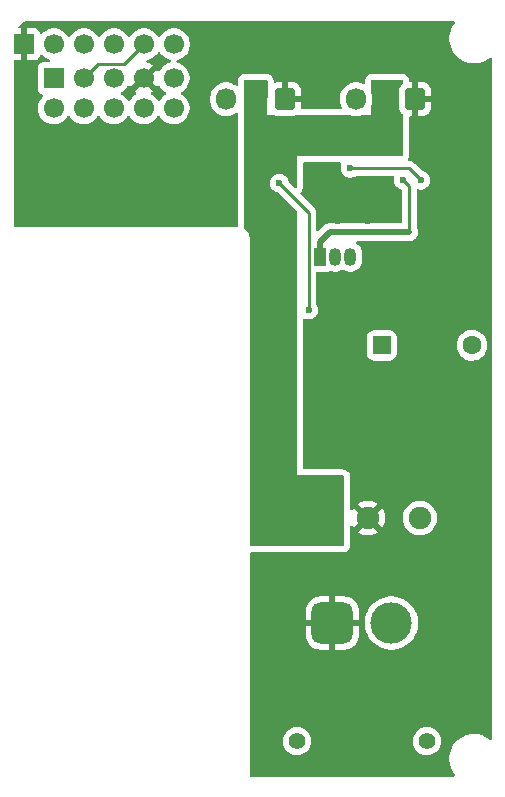
<source format=gbr>
%TF.GenerationSoftware,KiCad,Pcbnew,9.0.2*%
%TF.CreationDate,2025-06-03T21:39:28+09:00*%
%TF.ProjectId,catch25-servo,63617463-6832-4352-9d73-6572766f2e6b,rev?*%
%TF.SameCoordinates,Original*%
%TF.FileFunction,Copper,L2,Bot*%
%TF.FilePolarity,Positive*%
%FSLAX46Y46*%
G04 Gerber Fmt 4.6, Leading zero omitted, Abs format (unit mm)*
G04 Created by KiCad (PCBNEW 9.0.2) date 2025-06-03 21:39:28*
%MOMM*%
%LPD*%
G01*
G04 APERTURE LIST*
G04 Aperture macros list*
%AMRoundRect*
0 Rectangle with rounded corners*
0 $1 Rounding radius*
0 $2 $3 $4 $5 $6 $7 $8 $9 X,Y pos of 4 corners*
0 Add a 4 corners polygon primitive as box body*
4,1,4,$2,$3,$4,$5,$6,$7,$8,$9,$2,$3,0*
0 Add four circle primitives for the rounded corners*
1,1,$1+$1,$2,$3*
1,1,$1+$1,$4,$5*
1,1,$1+$1,$6,$7*
1,1,$1+$1,$8,$9*
0 Add four rect primitives between the rounded corners*
20,1,$1+$1,$2,$3,$4,$5,0*
20,1,$1+$1,$4,$5,$6,$7,0*
20,1,$1+$1,$6,$7,$8,$9,0*
20,1,$1+$1,$8,$9,$2,$3,0*%
G04 Aperture macros list end*
%TA.AperFunction,ComponentPad*%
%ADD10RoundRect,0.250000X0.600000X0.675000X-0.600000X0.675000X-0.600000X-0.675000X0.600000X-0.675000X0*%
%TD*%
%TA.AperFunction,ComponentPad*%
%ADD11O,1.700000X1.850000*%
%TD*%
%TA.AperFunction,ComponentPad*%
%ADD12C,1.905000*%
%TD*%
%TA.AperFunction,ComponentPad*%
%ADD13R,1.700000X1.700000*%
%TD*%
%TA.AperFunction,ComponentPad*%
%ADD14C,1.700000*%
%TD*%
%TA.AperFunction,ComponentPad*%
%ADD15RoundRect,0.250000X-0.550000X-0.550000X0.550000X-0.550000X0.550000X0.550000X-0.550000X0.550000X0*%
%TD*%
%TA.AperFunction,ComponentPad*%
%ADD16C,1.600000*%
%TD*%
%TA.AperFunction,ComponentPad*%
%ADD17R,1.050000X1.500000*%
%TD*%
%TA.AperFunction,ComponentPad*%
%ADD18O,1.050000X1.500000*%
%TD*%
%TA.AperFunction,ComponentPad*%
%ADD19C,1.400000*%
%TD*%
%TA.AperFunction,ComponentPad*%
%ADD20RoundRect,0.770000X0.980000X0.980000X-0.980000X0.980000X-0.980000X-0.980000X0.980000X-0.980000X0*%
%TD*%
%TA.AperFunction,ComponentPad*%
%ADD21C,3.500000*%
%TD*%
%TA.AperFunction,ViaPad*%
%ADD22C,0.600000*%
%TD*%
%TA.AperFunction,Conductor*%
%ADD23C,0.500000*%
%TD*%
%TA.AperFunction,Conductor*%
%ADD24C,0.250000*%
%TD*%
G04 APERTURE END LIST*
D10*
%TO.P,J1,1,Pin_1*%
%TO.N,GND*%
X-18000000Y57855000D03*
D11*
%TO.P,J1,2,Pin_2*%
%TO.N,VCC*%
X-20500000Y57855000D03*
%TO.P,J1,3,Pin_3*%
%TO.N,/SERVO_SIG*%
X-23000000Y57855000D03*
%TD*%
D12*
%TO.P,MD1,2,VIN*%
%TO.N,+BATT*%
X-6600000Y22400000D03*
%TO.P,MD1,3,1_GROUND*%
%TO.N,GND*%
X-11000000Y22400000D03*
%TO.P,MD1,4,VOUT*%
%TO.N,VCC*%
X-14600000Y23600000D03*
%TD*%
D13*
%TO.P,J4,1,Pin_1*%
%TO.N,GND*%
X-40120000Y62500000D03*
D14*
%TO.P,J4,2,Pin_2*%
%TO.N,unconnected-(J4-Pin_2-Pad2)*%
X-37580000Y62500000D03*
%TO.P,J4,3,Pin_3*%
%TO.N,unconnected-(J4-Pin_3-Pad3)*%
X-35040000Y62500000D03*
%TO.P,J4,4,Pin_4*%
%TO.N,/UART_TX*%
X-32500000Y62500000D03*
%TO.P,J4,5,Pin_5*%
%TO.N,/UART_RX*%
X-29960000Y62500000D03*
%TO.P,J4,6,Pin_6*%
%TO.N,unconnected-(J4-Pin_6-Pad6)*%
X-27420000Y62500000D03*
%TD*%
D15*
%TO.P,D1,1,K*%
%TO.N,+BATT*%
X-9810000Y37000000D03*
D16*
%TO.P,D1,2,A*%
%TO.N,+5V*%
X-2190000Y37000000D03*
%TD*%
D13*
%TO.P,J3,1,Pin_1*%
%TO.N,+5V*%
X-37600000Y59625000D03*
D14*
%TO.P,J3,2,Pin_2*%
%TO.N,unconnected-(J3-Pin_2-Pad2)*%
X-37600000Y57085000D03*
%TO.P,J3,3,Pin_3*%
%TO.N,/UART_RX*%
X-35060000Y59625000D03*
%TO.P,J3,4,Pin_4*%
%TO.N,unconnected-(J3-Pin_4-Pad4)*%
X-35060000Y57085000D03*
%TO.P,J3,5,Pin_5*%
%TO.N,/UART_TX*%
X-32520000Y59625000D03*
%TO.P,J3,6,Pin_6*%
%TO.N,unconnected-(J3-Pin_6-Pad6)*%
X-32520000Y57085000D03*
%TO.P,J3,7,Pin_7*%
%TO.N,GND*%
X-29980000Y59625000D03*
%TO.P,J3,8,Pin_8*%
%TO.N,unconnected-(J3-Pin_8-Pad8)*%
X-29980000Y57085000D03*
%TO.P,J3,9,Pin_9*%
%TO.N,unconnected-(J3-Pin_9-Pad9)*%
X-27440000Y59625000D03*
%TO.P,J3,10,Pin_10*%
%TO.N,unconnected-(J3-Pin_10-Pad10)*%
X-27440000Y57085000D03*
%TD*%
D10*
%TO.P,J2,1,Pin_1*%
%TO.N,GND*%
X-7000000Y57855000D03*
D11*
%TO.P,J2,2,Pin_2*%
%TO.N,VCC*%
X-9500000Y57855000D03*
%TO.P,J2,3,Pin_3*%
%TO.N,/SERVO_SIG*%
X-12000000Y57855000D03*
%TD*%
D17*
%TO.P,Q1,1,E*%
%TO.N,+5V*%
X-15040000Y44500000D03*
D18*
%TO.P,Q1,2,B*%
%TO.N,Net-(Q1-B)*%
X-13770000Y44500000D03*
%TO.P,Q1,3,C*%
%TO.N,/TXEN*%
X-12500000Y44500000D03*
%TD*%
D19*
%TO.P,J5,*%
%TO.N,*%
X-6000000Y3500000D03*
X-17000000Y3500000D03*
D20*
%TO.P,J5,1,Pin_1*%
%TO.N,GND*%
X-14000000Y13500000D03*
D21*
%TO.P,J5,2,Pin_2*%
%TO.N,+BATT*%
X-9000000Y13500000D03*
%TD*%
D22*
%TO.N,GND*%
X-6500000Y43500000D03*
X-6500000Y45500000D03*
X-6500000Y44500000D03*
X-6000000Y48500000D03*
X-13500000Y4500000D03*
X-10500000Y44000000D03*
X-11000000Y26500000D03*
X-10500000Y3500000D03*
X-9500000Y4500000D03*
X-8000000Y29500000D03*
X-9000000Y29500000D03*
X-10500000Y6500000D03*
X-13500000Y5500000D03*
X-13500000Y48500000D03*
X-11500000Y3500000D03*
X-10000000Y29500000D03*
X-8000000Y26500000D03*
X-9000000Y26500000D03*
X-9500000Y3500000D03*
X-10500000Y45000000D03*
X-11500000Y5500000D03*
X-10500000Y43000000D03*
X-13500000Y6500000D03*
X-11000000Y47500000D03*
X-12500000Y6500000D03*
X-12500000Y5500000D03*
X-10500000Y5500000D03*
X-9500000Y5500000D03*
X-10000000Y27500000D03*
X-12000000Y29500000D03*
X-9000000Y28500000D03*
X-13500000Y47500000D03*
X-12500000Y3500000D03*
X-12500000Y48500000D03*
X-12000000Y28500000D03*
X-8000000Y28500000D03*
X-11000000Y28500000D03*
X-11000000Y27500000D03*
X-9500000Y6500000D03*
X-10500000Y4500000D03*
X-12000000Y27500000D03*
X-12500000Y4500000D03*
X-11000000Y29500000D03*
X-10000000Y28500000D03*
X-9000000Y27500000D03*
X-11500000Y4500000D03*
X-12000000Y26500000D03*
X-10000000Y26500000D03*
X-13500000Y3500000D03*
X-11500000Y6500000D03*
X-8000000Y27500000D03*
%TO.N,+5V*%
X-8000000Y51000000D03*
%TO.N,/UART_TX*%
X-18500000Y50750000D03*
X-16000000Y40000000D03*
%TO.N,/TXEN*%
X-12500000Y52000000D03*
X-6500000Y51000000D03*
%TD*%
D23*
%TO.N,+5V*%
X-14210000Y46580000D02*
X-7500000Y46580000D01*
X-15040000Y45750000D02*
X-14210000Y46580000D01*
X-15040000Y44500000D02*
X-15040000Y45750000D01*
D24*
X-7500000Y50500000D02*
X-7500000Y46580000D01*
X-8000000Y51000000D02*
X-7500000Y50500000D01*
%TO.N,/UART_TX*%
X-16000000Y48250000D02*
X-18500000Y50750000D01*
X-16000000Y40000000D02*
X-16000000Y48250000D01*
%TO.N,/UART_RX*%
X-33884000Y60801000D02*
X-31659000Y60801000D01*
X-31659000Y60801000D02*
X-29960000Y62500000D01*
X-35060000Y59625000D02*
X-33884000Y60801000D01*
%TO.N,/TXEN*%
X-7500000Y52000000D02*
X-6500000Y51000000D01*
X-12500000Y52000000D02*
X-7500000Y52000000D01*
%TD*%
%TA.AperFunction,Conductor*%
%TO.N,GND*%
G36*
X-3681424Y64479815D02*
G01*
X-3635669Y64427011D01*
X-3625725Y64357853D01*
X-3650087Y64300014D01*
X-3750246Y64169484D01*
X-3887920Y63931029D01*
X-3887925Y63931018D01*
X-3993296Y63676631D01*
X-4064559Y63410669D01*
X-4064562Y63410656D01*
X-4100499Y63137685D01*
X-4100500Y63137668D01*
X-4100500Y62862333D01*
X-4100499Y62862316D01*
X-4064562Y62589345D01*
X-4064561Y62589340D01*
X-4064560Y62589334D01*
X-4064559Y62589332D01*
X-3993296Y62323370D01*
X-3887925Y62068983D01*
X-3887920Y62068972D01*
X-3837468Y61981588D01*
X-3750249Y61830521D01*
X-3750247Y61830518D01*
X-3750246Y61830517D01*
X-3582630Y61612074D01*
X-3582624Y61612067D01*
X-3387934Y61417377D01*
X-3387927Y61417371D01*
X-3300015Y61349914D01*
X-3169479Y61249751D01*
X-3045192Y61177994D01*
X-2931029Y61112081D01*
X-2931024Y61112079D01*
X-2931021Y61112077D01*
X-2676632Y61006705D01*
X-2410666Y60935440D01*
X-2137674Y60899500D01*
X-2137667Y60899500D01*
X-1862333Y60899500D01*
X-1862326Y60899500D01*
X-1589334Y60935440D01*
X-1323368Y61006705D01*
X-1068979Y61112077D01*
X-830521Y61249751D01*
X-699985Y61349915D01*
X-634817Y61375108D01*
X-566372Y61361070D01*
X-516383Y61312256D01*
X-500500Y61251538D01*
X-500500Y3748463D01*
X-520185Y3681424D01*
X-572989Y3635669D01*
X-642147Y3625725D01*
X-699986Y3650087D01*
X-830517Y3750246D01*
X-830518Y3750247D01*
X-830521Y3750249D01*
X-925593Y3805139D01*
X-1068972Y3887920D01*
X-1068983Y3887925D01*
X-1323370Y3993296D01*
X-1456351Y4028928D01*
X-1589334Y4064560D01*
X-1589340Y4064561D01*
X-1589345Y4064562D01*
X-1862316Y4100499D01*
X-1862321Y4100500D01*
X-1862326Y4100500D01*
X-2137674Y4100500D01*
X-2137680Y4100500D01*
X-2137685Y4100499D01*
X-2410656Y4064562D01*
X-2410663Y4064561D01*
X-2410666Y4064560D01*
X-2466875Y4049500D01*
X-2676631Y3993296D01*
X-2931018Y3887925D01*
X-2931029Y3887920D01*
X-3169484Y3750246D01*
X-3387927Y3582630D01*
X-3387934Y3582624D01*
X-3582624Y3387934D01*
X-3582630Y3387927D01*
X-3750246Y3169484D01*
X-3887920Y2931029D01*
X-3887925Y2931018D01*
X-3993296Y2676631D01*
X-4064559Y2410669D01*
X-4064562Y2410656D01*
X-4100499Y2137685D01*
X-4100500Y2137668D01*
X-4100500Y1862333D01*
X-4100499Y1862316D01*
X-4064562Y1589345D01*
X-4064561Y1589340D01*
X-4064560Y1589334D01*
X-4064559Y1589332D01*
X-3993296Y1323370D01*
X-3887925Y1068983D01*
X-3887920Y1068972D01*
X-3831867Y971887D01*
X-3750249Y830521D01*
X-3750247Y830518D01*
X-3750246Y830517D01*
X-3650087Y699986D01*
X-3624893Y634817D01*
X-3638932Y566372D01*
X-3687746Y516382D01*
X-3748463Y500500D01*
X-20875500Y500500D01*
X-20942539Y520185D01*
X-20988294Y572989D01*
X-20999500Y624500D01*
X-20999500Y3594487D01*
X-18200500Y3594487D01*
X-18200500Y3405514D01*
X-18170941Y3218882D01*
X-18112546Y3039164D01*
X-18100644Y3015806D01*
X-18026760Y2870801D01*
X-17915690Y2717927D01*
X-17782073Y2584310D01*
X-17629199Y2473240D01*
X-17549653Y2432710D01*
X-17460837Y2387455D01*
X-17460835Y2387455D01*
X-17460832Y2387453D01*
X-17364503Y2356154D01*
X-17281119Y2329060D01*
X-17094486Y2299500D01*
X-17094481Y2299500D01*
X-16905514Y2299500D01*
X-16718882Y2329060D01*
X-16539168Y2387453D01*
X-16370801Y2473240D01*
X-16217927Y2584310D01*
X-16084310Y2717927D01*
X-15973240Y2870801D01*
X-15887453Y3039168D01*
X-15829060Y3218882D01*
X-15802286Y3387927D01*
X-15799500Y3405514D01*
X-15799500Y3594487D01*
X-7200500Y3594487D01*
X-7200500Y3405514D01*
X-7170941Y3218882D01*
X-7112546Y3039164D01*
X-7100644Y3015806D01*
X-7026760Y2870801D01*
X-6915690Y2717927D01*
X-6782073Y2584310D01*
X-6629199Y2473240D01*
X-6549653Y2432710D01*
X-6460837Y2387455D01*
X-6460835Y2387455D01*
X-6460832Y2387453D01*
X-6364503Y2356154D01*
X-6281119Y2329060D01*
X-6094486Y2299500D01*
X-6094481Y2299500D01*
X-5905514Y2299500D01*
X-5718882Y2329060D01*
X-5539168Y2387453D01*
X-5370801Y2473240D01*
X-5217927Y2584310D01*
X-5084310Y2717927D01*
X-4973240Y2870801D01*
X-4887453Y3039168D01*
X-4829060Y3218882D01*
X-4802286Y3387927D01*
X-4799500Y3405514D01*
X-4799500Y3594487D01*
X-4829060Y3781119D01*
X-4887455Y3960837D01*
X-4973241Y4129200D01*
X-5084310Y4282073D01*
X-5217927Y4415690D01*
X-5370801Y4526760D01*
X-5539164Y4612546D01*
X-5718882Y4670941D01*
X-5905514Y4700500D01*
X-5905519Y4700500D01*
X-6094481Y4700500D01*
X-6094486Y4700500D01*
X-6281119Y4670941D01*
X-6460837Y4612546D01*
X-6629200Y4526760D01*
X-6716421Y4463390D01*
X-6782073Y4415690D01*
X-6782075Y4415688D01*
X-6782076Y4415688D01*
X-6915688Y4282076D01*
X-6915688Y4282075D01*
X-6915690Y4282073D01*
X-6963390Y4216421D01*
X-7026760Y4129200D01*
X-7112546Y3960837D01*
X-7170941Y3781119D01*
X-7200500Y3594487D01*
X-15799500Y3594487D01*
X-15829060Y3781119D01*
X-15887455Y3960837D01*
X-15973241Y4129200D01*
X-16084310Y4282073D01*
X-16217927Y4415690D01*
X-16370801Y4526760D01*
X-16539164Y4612546D01*
X-16718882Y4670941D01*
X-16905514Y4700500D01*
X-16905519Y4700500D01*
X-17094481Y4700500D01*
X-17094486Y4700500D01*
X-17281119Y4670941D01*
X-17460837Y4612546D01*
X-17629200Y4526760D01*
X-17716421Y4463390D01*
X-17782073Y4415690D01*
X-17782075Y4415688D01*
X-17782076Y4415688D01*
X-17915688Y4282076D01*
X-17915688Y4282075D01*
X-17915690Y4282073D01*
X-17963390Y4216421D01*
X-18026760Y4129200D01*
X-18112546Y3960837D01*
X-18170941Y3781119D01*
X-18200500Y3594487D01*
X-20999500Y3594487D01*
X-20999500Y14545227D01*
X-16250000Y14545227D01*
X-16250000Y13750000D01*
X-14918884Y13750000D01*
X-14950000Y13593567D01*
X-14950000Y13406433D01*
X-14918884Y13250000D01*
X-16249999Y13250000D01*
X-16249999Y12454773D01*
X-16239434Y12320526D01*
X-16183577Y12098848D01*
X-16089038Y11890713D01*
X-16089033Y11890704D01*
X-15958849Y11702797D01*
X-15797204Y11541152D01*
X-15609297Y11410968D01*
X-15609288Y11410963D01*
X-15401153Y11316424D01*
X-15179475Y11260567D01*
X-15045220Y11250001D01*
X-14250001Y11250001D01*
X-14250000Y11250002D01*
X-14250000Y12581117D01*
X-14093567Y12550000D01*
X-13906433Y12550000D01*
X-13750000Y12581117D01*
X-13750000Y11250001D01*
X-12954788Y11250001D01*
X-12954773Y11250002D01*
X-12820526Y11260567D01*
X-12598848Y11316424D01*
X-12390713Y11410963D01*
X-12390704Y11410968D01*
X-12202797Y11541152D01*
X-12041152Y11702797D01*
X-11910968Y11890704D01*
X-11910963Y11890713D01*
X-11816424Y12098848D01*
X-11760567Y12320526D01*
X-11750001Y12454774D01*
X-11750000Y12454787D01*
X-11750000Y13250000D01*
X-13081116Y13250000D01*
X-13050000Y13406433D01*
X-13050000Y13593567D01*
X-13060731Y13647514D01*
X-11250500Y13647514D01*
X-11250500Y13352487D01*
X-11233438Y13222895D01*
X-11211993Y13060007D01*
X-11135639Y12775049D01*
X-11135636Y12775039D01*
X-11022746Y12502500D01*
X-11022742Y12502490D01*
X-10875239Y12247007D01*
X-10695648Y12012960D01*
X-10695642Y12012953D01*
X-10487048Y11804359D01*
X-10487041Y11804353D01*
X-10252994Y11624762D01*
X-9997511Y11477259D01*
X-9997510Y11477259D01*
X-9997507Y11477257D01*
X-9724952Y11364361D01*
X-9439993Y11288007D01*
X-9161585Y11251354D01*
X-9151312Y11250001D01*
X-9147506Y11249500D01*
X-9147499Y11249500D01*
X-8852501Y11249500D01*
X-8852494Y11249500D01*
X-8560007Y11288007D01*
X-8275048Y11364361D01*
X-8002493Y11477257D01*
X-7747006Y11624762D01*
X-7512958Y11804354D01*
X-7304354Y12012958D01*
X-7124762Y12247006D01*
X-6977257Y12502493D01*
X-6864361Y12775048D01*
X-6788007Y13060007D01*
X-6749500Y13352494D01*
X-6749500Y13647506D01*
X-6788007Y13939993D01*
X-6864361Y14224952D01*
X-6977257Y14497507D01*
X-7004809Y14545228D01*
X-7124762Y14752994D01*
X-7304353Y14987041D01*
X-7304359Y14987048D01*
X-7512953Y15195642D01*
X-7512960Y15195648D01*
X-7747007Y15375239D01*
X-8002490Y15522742D01*
X-8002500Y15522746D01*
X-8275039Y15635636D01*
X-8275046Y15635638D01*
X-8275048Y15635639D01*
X-8560007Y15711993D01*
X-8608887Y15718429D01*
X-8852487Y15750500D01*
X-8852494Y15750500D01*
X-9147506Y15750500D01*
X-9147514Y15750500D01*
X-9425915Y15713847D01*
X-9439993Y15711993D01*
X-9724952Y15635639D01*
X-9724962Y15635636D01*
X-9997501Y15522746D01*
X-9997511Y15522742D01*
X-10252994Y15375239D01*
X-10487041Y15195648D01*
X-10487048Y15195642D01*
X-10695642Y14987048D01*
X-10695648Y14987041D01*
X-10875239Y14752994D01*
X-11022742Y14497511D01*
X-11022746Y14497501D01*
X-11135636Y14224962D01*
X-11135639Y14224952D01*
X-11211992Y13939996D01*
X-11211994Y13939985D01*
X-11250500Y13647514D01*
X-13060731Y13647514D01*
X-13081116Y13750000D01*
X-11750001Y13750000D01*
X-11750001Y14545213D01*
X-11750002Y14545228D01*
X-11760567Y14679475D01*
X-11816424Y14901153D01*
X-11910963Y15109288D01*
X-11910968Y15109297D01*
X-12041152Y15297204D01*
X-12202797Y15458849D01*
X-12390704Y15589033D01*
X-12390713Y15589038D01*
X-12598848Y15683577D01*
X-12820526Y15739434D01*
X-12954774Y15750000D01*
X-13750000Y15750000D01*
X-13750000Y14418884D01*
X-13906433Y14450000D01*
X-14093567Y14450000D01*
X-14250000Y14418884D01*
X-14250000Y15750000D01*
X-15045213Y15750000D01*
X-15045228Y15749999D01*
X-15179475Y15739434D01*
X-15401153Y15683577D01*
X-15609288Y15589038D01*
X-15609297Y15589033D01*
X-15797204Y15458849D01*
X-15958849Y15297204D01*
X-16089033Y15109297D01*
X-16089038Y15109288D01*
X-16183577Y14901153D01*
X-16239434Y14679475D01*
X-16250000Y14545227D01*
X-20999500Y14545227D01*
X-20999500Y19370500D01*
X-20979815Y19437539D01*
X-20927011Y19483294D01*
X-20875500Y19494500D01*
X-13124010Y19494500D01*
X-13124000Y19494500D01*
X-13016544Y19506053D01*
X-12965033Y19517259D01*
X-12930803Y19528653D01*
X-12862503Y19551384D01*
X-12862499Y19551387D01*
X-12862496Y19551387D01*
X-12741457Y19629175D01*
X-12688653Y19674930D01*
X-12594433Y19783664D01*
X-12534662Y19914541D01*
X-12514977Y19981580D01*
X-12514976Y19981584D01*
X-12494500Y20124000D01*
X-12494500Y21617219D01*
X-12474815Y21684258D01*
X-12422011Y21730013D01*
X-12352853Y21739957D01*
X-12289297Y21710932D01*
X-12260015Y21673513D01*
X-12242291Y21638726D01*
X-12188653Y21564902D01*
X-12188653Y21564901D01*
X-11482963Y22270591D01*
X-11465925Y22207007D01*
X-11400099Y22092993D01*
X-11307007Y21999901D01*
X-11192993Y21934075D01*
X-11129410Y21917038D01*
X-11835101Y21211349D01*
X-11761275Y21157712D01*
X-11761269Y21157708D01*
X-11557569Y21053918D01*
X-11340125Y20983266D01*
X-11114313Y20947500D01*
X-10885687Y20947500D01*
X-10659876Y20983266D01*
X-10659875Y20983266D01*
X-10442432Y21053918D01*
X-10238724Y21157712D01*
X-10164902Y21211349D01*
X-10870591Y21917038D01*
X-10807007Y21934075D01*
X-10692993Y21999901D01*
X-10599901Y22092993D01*
X-10534075Y22207007D01*
X-10517038Y22270590D01*
X-9811349Y21564901D01*
X-9811349Y21564902D01*
X-9757712Y21638724D01*
X-9653918Y21842432D01*
X-9583266Y22059875D01*
X-9583266Y22059876D01*
X-9547500Y22285687D01*
X-9547500Y22514314D01*
X-9547506Y22514354D01*
X-8053000Y22514354D01*
X-8053000Y22285647D01*
X-8017222Y22059754D01*
X-8017222Y22059751D01*
X-7946550Y21842245D01*
X-7946548Y21842242D01*
X-7842717Y21638462D01*
X-7708286Y21453434D01*
X-7546566Y21291714D01*
X-7361538Y21157283D01*
X-7158673Y21053918D01*
X-7157756Y21053451D01*
X-6940249Y20982779D01*
X-6940248Y20982779D01*
X-6940245Y20982778D01*
X-6714354Y20947000D01*
X-6714353Y20947000D01*
X-6485647Y20947000D01*
X-6485646Y20947000D01*
X-6259755Y20982778D01*
X-6259752Y20982779D01*
X-6259751Y20982779D01*
X-6042245Y21053451D01*
X-6042245Y21053452D01*
X-6042242Y21053452D01*
X-5838462Y21157283D01*
X-5653434Y21291714D01*
X-5491714Y21453434D01*
X-5357283Y21638462D01*
X-5253452Y21842242D01*
X-5223614Y21934075D01*
X-5182779Y22059751D01*
X-5182779Y22059752D01*
X-5182778Y22059755D01*
X-5147000Y22285646D01*
X-5147000Y22514354D01*
X-5182778Y22740245D01*
X-5182779Y22740249D01*
X-5182779Y22740250D01*
X-5253451Y22957756D01*
X-5253452Y22957758D01*
X-5357283Y23161538D01*
X-5491714Y23346566D01*
X-5653434Y23508286D01*
X-5838462Y23642717D01*
X-6042245Y23746550D01*
X-6259752Y23817222D01*
X-6429174Y23844056D01*
X-6485646Y23853000D01*
X-6714354Y23853000D01*
X-6789651Y23841074D01*
X-6940247Y23817222D01*
X-6940250Y23817222D01*
X-7157756Y23746550D01*
X-7361539Y23642717D01*
X-7435949Y23588654D01*
X-7546566Y23508286D01*
X-7546568Y23508284D01*
X-7546569Y23508284D01*
X-7708284Y23346569D01*
X-7708284Y23346568D01*
X-7708286Y23346566D01*
X-7766020Y23267104D01*
X-7842717Y23161539D01*
X-7946550Y22957756D01*
X-8017222Y22740250D01*
X-8017222Y22740247D01*
X-8053000Y22514354D01*
X-9547506Y22514354D01*
X-9583266Y22740125D01*
X-9583266Y22740126D01*
X-9653918Y22957569D01*
X-9757708Y23161269D01*
X-9757712Y23161275D01*
X-9811349Y23235100D01*
X-9811349Y23235101D01*
X-10517038Y22529411D01*
X-10534075Y22592993D01*
X-10599901Y22707007D01*
X-10692993Y22800099D01*
X-10807007Y22865925D01*
X-10870592Y22882963D01*
X-10164901Y23588653D01*
X-10238724Y23642289D01*
X-10442432Y23746083D01*
X-10659876Y23816735D01*
X-10885687Y23852500D01*
X-11114313Y23852500D01*
X-11340125Y23816735D01*
X-11340126Y23816735D01*
X-11557569Y23746083D01*
X-11761281Y23642287D01*
X-11835100Y23588654D01*
X-11835101Y23588653D01*
X-11129410Y22882963D01*
X-11192993Y22865925D01*
X-11307007Y22800099D01*
X-11400099Y22707007D01*
X-11465925Y22592993D01*
X-11482963Y22529410D01*
X-12188653Y23235101D01*
X-12188654Y23235100D01*
X-12242287Y23161280D01*
X-12260015Y23126487D01*
X-12307990Y23075691D01*
X-12375811Y23058896D01*
X-12441946Y23081434D01*
X-12485397Y23136149D01*
X-12494500Y23182782D01*
X-12494500Y25875990D01*
X-12494500Y25876000D01*
X-12506053Y25983456D01*
X-12517259Y26034967D01*
X-12517363Y26035278D01*
X-12551384Y26137498D01*
X-12551387Y26137504D01*
X-12629172Y26258538D01*
X-12629175Y26258543D01*
X-12629180Y26258549D01*
X-12674924Y26311341D01*
X-12674928Y26311344D01*
X-12674930Y26311347D01*
X-12783664Y26405567D01*
X-12783667Y26405569D01*
X-12783669Y26405570D01*
X-12914535Y26465336D01*
X-12914540Y26465338D01*
X-12914541Y26465338D01*
X-12981580Y26485023D01*
X-12981578Y26485023D01*
X-12981583Y26485024D01*
X-13029056Y26491850D01*
X-13124000Y26505500D01*
X-13124002Y26505500D01*
X-16370500Y26505500D01*
X-16437539Y26525185D01*
X-16483294Y26577989D01*
X-16494500Y26629500D01*
X-16494500Y37600017D01*
X-11110500Y37600017D01*
X-11110500Y36399999D01*
X-11110499Y36399982D01*
X-11100000Y36297204D01*
X-11099999Y36297201D01*
X-11052144Y36152787D01*
X-11044814Y36130666D01*
X-10952712Y35981344D01*
X-10828656Y35857288D01*
X-10679334Y35765186D01*
X-10512797Y35710001D01*
X-10410009Y35699500D01*
X-9209992Y35699501D01*
X-9107203Y35710001D01*
X-8940666Y35765186D01*
X-8791344Y35857288D01*
X-8667288Y35981344D01*
X-8575186Y36130666D01*
X-8520001Y36297203D01*
X-8509500Y36399991D01*
X-8509501Y37102352D01*
X-3490500Y37102352D01*
X-3490500Y36897649D01*
X-3458478Y36695466D01*
X-3395219Y36500777D01*
X-3302285Y36318387D01*
X-3181972Y36152787D01*
X-3037214Y36008029D01*
X-2882251Y35895444D01*
X-2871610Y35887713D01*
X-2755393Y35828497D01*
X-2689224Y35794782D01*
X-2689222Y35794782D01*
X-2689219Y35794780D01*
X-2598144Y35765188D01*
X-2494535Y35731523D01*
X-2393443Y35715512D01*
X-2292352Y35699500D01*
X-2292351Y35699500D01*
X-2087649Y35699500D01*
X-2087648Y35699500D01*
X-1885466Y35731523D01*
X-1690781Y35794780D01*
X-1508390Y35887713D01*
X-1379518Y35981343D01*
X-1342787Y36008029D01*
X-1342785Y36008032D01*
X-1342781Y36008034D01*
X-1198034Y36152781D01*
X-1198032Y36152785D01*
X-1198029Y36152787D01*
X-1093108Y36297201D01*
X-1077713Y36318390D01*
X-984780Y36500781D01*
X-921523Y36695466D01*
X-889500Y36897648D01*
X-889500Y37102352D01*
X-921523Y37304534D01*
X-984780Y37499219D01*
X-984782Y37499222D01*
X-984782Y37499224D01*
X-1036135Y37600009D01*
X-1077713Y37681610D01*
X-1093108Y37702800D01*
X-1198029Y37847214D01*
X-1342787Y37991972D01*
X-1508387Y38112285D01*
X-1508388Y38112286D01*
X-1508390Y38112287D01*
X-1568102Y38142712D01*
X-1690777Y38205219D01*
X-1885466Y38268478D01*
X-2060005Y38296122D01*
X-2087648Y38300500D01*
X-2292352Y38300500D01*
X-2316671Y38296649D01*
X-2494535Y38268478D01*
X-2689224Y38205219D01*
X-2871614Y38112285D01*
X-3037214Y37991972D01*
X-3181972Y37847214D01*
X-3302285Y37681614D01*
X-3395219Y37499224D01*
X-3458478Y37304535D01*
X-3490500Y37102352D01*
X-8509501Y37102352D01*
X-8509501Y37600008D01*
X-8520001Y37702797D01*
X-8575186Y37869334D01*
X-8667288Y38018656D01*
X-8791344Y38142712D01*
X-8940666Y38234814D01*
X-9107203Y38289999D01*
X-9107205Y38290000D01*
X-9209990Y38300500D01*
X-10410002Y38300500D01*
X-10410019Y38300499D01*
X-10512797Y38290000D01*
X-10512800Y38289999D01*
X-10679332Y38234815D01*
X-10679337Y38234813D01*
X-10828658Y38142711D01*
X-10952711Y38018658D01*
X-11044813Y37869337D01*
X-11044814Y37869334D01*
X-11099999Y37702797D01*
X-11099999Y37702796D01*
X-11100000Y37702796D01*
X-11110500Y37600017D01*
X-16494500Y37600017D01*
X-16494500Y39152795D01*
X-16474815Y39219834D01*
X-16422011Y39265589D01*
X-16352853Y39275533D01*
X-16323051Y39267357D01*
X-16233497Y39230263D01*
X-16078847Y39199501D01*
X-16078844Y39199500D01*
X-16078842Y39199500D01*
X-15921156Y39199500D01*
X-15921155Y39199501D01*
X-15766503Y39230263D01*
X-15620821Y39290606D01*
X-15489711Y39378211D01*
X-15378211Y39489711D01*
X-15290606Y39620821D01*
X-15230263Y39766503D01*
X-15199500Y39921158D01*
X-15199500Y40078842D01*
X-15199500Y40078845D01*
X-15199501Y40078847D01*
X-15230262Y40233490D01*
X-15230263Y40233497D01*
X-15290606Y40379179D01*
X-15353603Y40473461D01*
X-15374480Y40540137D01*
X-15374500Y40542350D01*
X-15374500Y43125501D01*
X-15354815Y43192540D01*
X-15302011Y43238295D01*
X-15250500Y43249501D01*
X-14467129Y43249501D01*
X-14467128Y43249501D01*
X-14407517Y43255909D01*
X-14272669Y43306204D01*
X-14271570Y43307028D01*
X-14270283Y43307508D01*
X-14264888Y43310453D01*
X-14264465Y43309678D01*
X-14206113Y43331448D01*
X-14149802Y43322327D01*
X-14069127Y43288909D01*
X-13903223Y43255909D01*
X-13871008Y43249501D01*
X-13871004Y43249500D01*
X-13871003Y43249500D01*
X-13668996Y43249500D01*
X-13668995Y43249501D01*
X-13470873Y43288909D01*
X-13284244Y43366214D01*
X-13203890Y43419906D01*
X-13137214Y43440783D01*
X-13069834Y43422299D01*
X-13066135Y43419922D01*
X-12985756Y43366214D01*
X-12799127Y43288909D01*
X-12633223Y43255909D01*
X-12601008Y43249501D01*
X-12601004Y43249500D01*
X-12601003Y43249500D01*
X-12398996Y43249500D01*
X-12398995Y43249501D01*
X-12200873Y43288909D01*
X-12014244Y43366214D01*
X-11846282Y43478442D01*
X-11703442Y43621282D01*
X-11591214Y43789244D01*
X-11513909Y43975873D01*
X-11474500Y44173997D01*
X-11474500Y44826003D01*
X-11513909Y45024127D01*
X-11591214Y45210756D01*
X-11591216Y45210759D01*
X-11591218Y45210763D01*
X-11703442Y45378719D01*
X-11846279Y45521556D01*
X-11846283Y45521559D01*
X-11967267Y45602398D01*
X-12012072Y45656010D01*
X-12020779Y45725335D01*
X-11990625Y45788363D01*
X-11931182Y45825082D01*
X-11898376Y45829500D01*
X-7426080Y45829500D01*
X-7328538Y45848904D01*
X-7281087Y45858342D01*
X-7144505Y45914916D01*
X-7021584Y45997049D01*
X-6917049Y46101584D01*
X-6834916Y46224505D01*
X-6778342Y46361087D01*
X-6749500Y46506082D01*
X-6749500Y46653918D01*
X-6749500Y46653921D01*
X-6778341Y46798908D01*
X-6778342Y46798909D01*
X-6778342Y46798913D01*
X-6778344Y46798918D01*
X-6834914Y46935492D01*
X-6853603Y46963462D01*
X-6874480Y47030139D01*
X-6874500Y47032352D01*
X-6874500Y50107216D01*
X-6854815Y50174255D01*
X-6802011Y50220010D01*
X-6732853Y50229954D01*
X-6726308Y50228833D01*
X-6578845Y50199500D01*
X-6578842Y50199500D01*
X-6421156Y50199500D01*
X-6421155Y50199501D01*
X-6266503Y50230263D01*
X-6120821Y50290606D01*
X-5989711Y50378211D01*
X-5878211Y50489711D01*
X-5790606Y50620821D01*
X-5730263Y50766503D01*
X-5699500Y50921158D01*
X-5699500Y51078842D01*
X-5699500Y51078845D01*
X-5699501Y51078847D01*
X-5730262Y51233490D01*
X-5730263Y51233497D01*
X-5758642Y51302011D01*
X-5790603Y51379173D01*
X-5790610Y51379186D01*
X-5878211Y51510289D01*
X-5878214Y51510293D01*
X-5989708Y51621787D01*
X-5989712Y51621790D01*
X-6120815Y51709391D01*
X-6120828Y51709398D01*
X-6266499Y51769736D01*
X-6266511Y51769739D01*
X-6377715Y51791859D01*
X-6439626Y51824244D01*
X-6441205Y51825795D01*
X-7004178Y52388768D01*
X-7014141Y52398731D01*
X-7014142Y52398733D01*
X-7101267Y52485858D01*
X-7152491Y52520085D01*
X-7203714Y52554312D01*
X-7203717Y52554314D01*
X-7203720Y52554315D01*
X-7277397Y52584832D01*
X-7277399Y52584833D01*
X-7284208Y52587653D01*
X-7317548Y52601463D01*
X-7377971Y52613482D01*
X-7382694Y52614422D01*
X-7382696Y52614422D01*
X-7438390Y52625500D01*
X-7438393Y52625500D01*
X-7438394Y52625500D01*
X-7473716Y52625500D01*
X-7540755Y52645185D01*
X-7586510Y52697989D01*
X-7596454Y52767147D01*
X-7586510Y52801013D01*
X-7534662Y52914541D01*
X-7514977Y52981580D01*
X-7514976Y52981584D01*
X-7494500Y53124000D01*
X-7494500Y56306001D01*
X-7474815Y56373040D01*
X-7422011Y56418795D01*
X-7370500Y56430001D01*
X-7250000Y56430001D01*
X-7250000Y57508591D01*
X-7164044Y57458963D01*
X-7055952Y57430000D01*
X-6944048Y57430000D01*
X-6835956Y57458963D01*
X-6750000Y57508591D01*
X-6750000Y56430001D01*
X-6350028Y56430001D01*
X-6350014Y56430002D01*
X-6247303Y56440495D01*
X-6080881Y56495642D01*
X-6080876Y56495644D01*
X-5931655Y56587685D01*
X-5807685Y56711655D01*
X-5715644Y56860876D01*
X-5715642Y56860881D01*
X-5660495Y57027303D01*
X-5660494Y57027310D01*
X-5650001Y57130014D01*
X-5650000Y57130027D01*
X-5650000Y57605000D01*
X-6653590Y57605000D01*
X-6603963Y57690956D01*
X-6575000Y57799048D01*
X-6575000Y57910952D01*
X-6603963Y58019044D01*
X-6653590Y58105000D01*
X-5650001Y58105000D01*
X-5650001Y58579972D01*
X-5650002Y58579987D01*
X-5660495Y58682698D01*
X-5715642Y58849120D01*
X-5715644Y58849125D01*
X-5807685Y58998346D01*
X-5931655Y59122316D01*
X-6080876Y59214357D01*
X-6080881Y59214359D01*
X-6247303Y59269506D01*
X-6247310Y59269507D01*
X-6350014Y59280000D01*
X-6750000Y59280000D01*
X-6750000Y58201410D01*
X-6835956Y58251037D01*
X-6944048Y58280000D01*
X-7055952Y58280000D01*
X-7164044Y58251037D01*
X-7250000Y58201410D01*
X-7250000Y59280000D01*
X-7372186Y59280000D01*
X-7402510Y59288905D01*
X-7433293Y59296102D01*
X-7435789Y59298676D01*
X-7439225Y59299685D01*
X-7459916Y59323564D01*
X-7481927Y59346268D01*
X-7483074Y59350290D01*
X-7484980Y59352489D01*
X-7493746Y59379524D01*
X-7495307Y59387273D01*
X-7499645Y59447942D01*
X-7504668Y59482877D01*
X-7520002Y59553362D01*
X-7532464Y59580648D01*
X-7551385Y59637498D01*
X-7570935Y59667919D01*
X-7577547Y59679542D01*
X-7578519Y59681487D01*
X-7579775Y59684238D01*
X-7580307Y59685066D01*
X-7603255Y59720774D01*
X-7617544Y59743008D01*
X-7617548Y59743013D01*
X-7617553Y59743020D01*
X-7618109Y59743661D01*
X-7622010Y59748394D01*
X-7625582Y59752954D01*
X-7629171Y59758539D01*
X-7637367Y59767998D01*
X-7637378Y59768012D01*
X-7650055Y59782641D01*
X-7650058Y59782644D01*
X-7674279Y59810597D01*
X-7674287Y59810605D01*
X-7674933Y59811350D01*
X-7677204Y59813318D01*
X-7678818Y59814819D01*
X-7679302Y59815634D01*
X-7688083Y59824416D01*
X-7711753Y59851734D01*
X-7711756Y59851737D01*
X-7742173Y59871288D01*
X-7742173Y59871287D01*
X-7749636Y59876084D01*
X-7783652Y59905559D01*
X-7824598Y59924261D01*
X-7832061Y59929057D01*
X-7832062Y59929059D01*
X-7832792Y59929528D01*
X-7838824Y59932282D01*
X-7838825Y59932283D01*
X-7884898Y59953325D01*
X-7884944Y59953344D01*
X-7896372Y59958562D01*
X-7902749Y59960435D01*
X-7908130Y59962578D01*
X-7908872Y59963160D01*
X-7913753Y59964980D01*
X-7914528Y59965334D01*
X-7914542Y59965338D01*
X-7923607Y59968001D01*
X-7933393Y59970874D01*
X-7935365Y59971453D01*
X-7939880Y59972779D01*
X-7939881Y59972779D01*
X-7942337Y59973500D01*
X-7942344Y59973502D01*
X-7981571Y59985022D01*
X-7981590Y59985026D01*
X-7982445Y59985149D01*
X-7999703Y59988905D01*
X-8034383Y59999088D01*
X-8034389Y59999089D01*
X-8070560Y59999091D01*
X-8088192Y60000353D01*
X-8123993Y60005500D01*
X-8124000Y60005500D01*
X-10601000Y60005500D01*
X-10601009Y60005500D01*
X-10601010Y60005499D01*
X-10708451Y59993948D01*
X-10708463Y59993946D01*
X-10759973Y59982740D01*
X-10862498Y59948617D01*
X-10862504Y59948614D01*
X-10983538Y59870829D01*
X-10983549Y59870821D01*
X-11036341Y59825077D01*
X-11130567Y59716336D01*
X-11130570Y59716332D01*
X-11190336Y59585466D01*
X-11210024Y59518418D01*
X-11230500Y59375999D01*
X-11230500Y59255972D01*
X-11250185Y59188933D01*
X-11302989Y59143178D01*
X-11372147Y59133234D01*
X-11410794Y59145487D01*
X-11481583Y59181555D01*
X-11481586Y59181556D01*
X-11481588Y59181557D01*
X-11683757Y59247246D01*
X-11683759Y59247247D01*
X-11683760Y59247247D01*
X-11845043Y59272792D01*
X-11893713Y59280500D01*
X-12106287Y59280500D01*
X-12154958Y59272792D01*
X-12316240Y59247247D01*
X-12518415Y59181556D01*
X-12707821Y59085049D01*
X-12879787Y58960110D01*
X-13030110Y58809787D01*
X-13155049Y58637821D01*
X-13251556Y58448415D01*
X-13317247Y58246240D01*
X-13350500Y58036287D01*
X-13350500Y57673713D01*
X-13317246Y57463757D01*
X-13306278Y57430000D01*
X-13251555Y57261583D01*
X-13212939Y57185794D01*
X-13200043Y57117125D01*
X-13226320Y57052385D01*
X-13283426Y57012128D01*
X-13323424Y57005500D01*
X-16526000Y57005500D01*
X-16593039Y57025185D01*
X-16638794Y57077989D01*
X-16650000Y57129500D01*
X-16650000Y57605000D01*
X-17653590Y57605000D01*
X-17603963Y57690956D01*
X-17575000Y57799048D01*
X-17575000Y57910952D01*
X-17603963Y58019044D01*
X-17653590Y58105000D01*
X-16650001Y58105000D01*
X-16650001Y58579972D01*
X-16650002Y58579987D01*
X-16660495Y58682698D01*
X-16715642Y58849120D01*
X-16715644Y58849125D01*
X-16807685Y58998346D01*
X-16931655Y59122316D01*
X-17080876Y59214357D01*
X-17080881Y59214359D01*
X-17247303Y59269506D01*
X-17247310Y59269507D01*
X-17350014Y59280000D01*
X-17750000Y59280000D01*
X-17750000Y58201410D01*
X-17835956Y58251037D01*
X-17944048Y58280000D01*
X-18055952Y58280000D01*
X-18164044Y58251037D01*
X-18250000Y58201410D01*
X-18250000Y59280000D01*
X-18649972Y59280000D01*
X-18649988Y59279999D01*
X-18752699Y59269506D01*
X-18803465Y59252684D01*
X-18873294Y59250283D01*
X-18933335Y59286015D01*
X-18964527Y59348535D01*
X-18966029Y59366489D01*
X-18966139Y59366477D01*
X-18966140Y59366486D01*
X-18966326Y59366477D01*
X-18966479Y59369848D01*
X-18966478Y59369858D01*
X-18977489Y59479834D01*
X-18988689Y59532555D01*
X-19023335Y59637504D01*
X-19101123Y59758543D01*
X-19109328Y59768012D01*
X-19146872Y59811341D01*
X-19146876Y59811344D01*
X-19146878Y59811347D01*
X-19255612Y59905567D01*
X-19255615Y59905569D01*
X-19255617Y59905570D01*
X-19386483Y59965336D01*
X-19386488Y59965338D01*
X-19386489Y59965338D01*
X-19431182Y59978462D01*
X-19453531Y59985024D01*
X-19515601Y59993948D01*
X-19595948Y60005500D01*
X-21376000Y60005500D01*
X-21376009Y60005500D01*
X-21376010Y60005499D01*
X-21483451Y59993948D01*
X-21483463Y59993946D01*
X-21534973Y59982740D01*
X-21637498Y59948617D01*
X-21637504Y59948614D01*
X-21758538Y59870829D01*
X-21758549Y59870821D01*
X-21811341Y59825077D01*
X-21905567Y59716336D01*
X-21905570Y59716332D01*
X-21965336Y59585466D01*
X-21985024Y59518418D01*
X-22005500Y59375999D01*
X-22005500Y59120128D01*
X-22025185Y59053089D01*
X-22077989Y59007334D01*
X-22147147Y58997390D01*
X-22202385Y59019809D01*
X-22292185Y59085052D01*
X-22481586Y59181556D01*
X-22481587Y59181557D01*
X-22481588Y59181557D01*
X-22683757Y59247246D01*
X-22683759Y59247247D01*
X-22683760Y59247247D01*
X-22845043Y59272792D01*
X-22893713Y59280500D01*
X-23106287Y59280500D01*
X-23154958Y59272792D01*
X-23316240Y59247247D01*
X-23518415Y59181556D01*
X-23707821Y59085049D01*
X-23879787Y58960110D01*
X-24030110Y58809787D01*
X-24155049Y58637821D01*
X-24251556Y58448415D01*
X-24317247Y58246240D01*
X-24350500Y58036287D01*
X-24350500Y57673713D01*
X-24317246Y57463757D01*
X-24306278Y57430000D01*
X-24251556Y57261586D01*
X-24155049Y57072180D01*
X-24030110Y56900214D01*
X-23879787Y56749891D01*
X-23707821Y56624952D01*
X-23707819Y56624951D01*
X-23707816Y56624949D01*
X-23518412Y56528443D01*
X-23316243Y56462754D01*
X-23106287Y56429500D01*
X-23106286Y56429500D01*
X-22893714Y56429500D01*
X-22893713Y56429500D01*
X-22683757Y56462754D01*
X-22481588Y56528443D01*
X-22292184Y56624949D01*
X-22202385Y56690191D01*
X-22136579Y56713671D01*
X-22068525Y56697845D01*
X-22019830Y56647740D01*
X-22005500Y56589873D01*
X-22005500Y47124500D01*
X-22025185Y47057461D01*
X-22077989Y47011706D01*
X-22129500Y47000500D01*
X-40875500Y47000500D01*
X-40942539Y47020185D01*
X-40988294Y47072989D01*
X-40999500Y47124500D01*
X-40999500Y61026000D01*
X-40979815Y61093039D01*
X-40927011Y61138794D01*
X-40875500Y61150000D01*
X-40370000Y61150000D01*
X-40370000Y62066988D01*
X-40312993Y62034075D01*
X-40185826Y62000000D01*
X-40054174Y62000000D01*
X-39927007Y62034075D01*
X-39870000Y62066988D01*
X-39870000Y61150000D01*
X-39222172Y61150000D01*
X-39222156Y61150001D01*
X-39162628Y61156402D01*
X-39162621Y61156404D01*
X-39027914Y61206646D01*
X-39027907Y61206650D01*
X-38912813Y61292810D01*
X-38912810Y61292813D01*
X-38826650Y61407907D01*
X-38826646Y61407914D01*
X-38777578Y61539471D01*
X-38735707Y61595405D01*
X-38670243Y61619822D01*
X-38601970Y61604970D01*
X-38573715Y61583819D01*
X-38459787Y61469891D01*
X-38287821Y61344952D01*
X-38287819Y61344951D01*
X-38287816Y61344949D01*
X-38098412Y61248443D01*
X-38002963Y61217430D01*
X-37945290Y61177994D01*
X-37918091Y61113635D01*
X-37930005Y61044789D01*
X-37977249Y60993313D01*
X-38041283Y60975500D01*
X-38497871Y60975500D01*
X-38497877Y60975499D01*
X-38557484Y60969092D01*
X-38692329Y60918798D01*
X-38692336Y60918794D01*
X-38807545Y60832548D01*
X-38807548Y60832545D01*
X-38893794Y60717336D01*
X-38893798Y60717329D01*
X-38944092Y60582483D01*
X-38950499Y60522884D01*
X-38950500Y60522865D01*
X-38950500Y58727130D01*
X-38950499Y58727124D01*
X-38944092Y58667517D01*
X-38893798Y58532672D01*
X-38893794Y58532665D01*
X-38807548Y58417456D01*
X-38807545Y58417453D01*
X-38692336Y58331207D01*
X-38692329Y58331203D01*
X-38560918Y58282190D01*
X-38504984Y58240319D01*
X-38480567Y58174855D01*
X-38495418Y58106582D01*
X-38516569Y58078327D01*
X-38630111Y57964785D01*
X-38755049Y57792821D01*
X-38851556Y57603415D01*
X-38917247Y57401240D01*
X-38939366Y57261586D01*
X-38950500Y57191287D01*
X-38950500Y56978713D01*
X-38917246Y56768757D01*
X-38859123Y56589873D01*
X-38851556Y56566586D01*
X-38755049Y56377180D01*
X-38630110Y56205214D01*
X-38479787Y56054891D01*
X-38307821Y55929952D01*
X-38307819Y55929951D01*
X-38307816Y55929949D01*
X-38118412Y55833443D01*
X-37916243Y55767754D01*
X-37706287Y55734500D01*
X-37706286Y55734500D01*
X-37493714Y55734500D01*
X-37493713Y55734500D01*
X-37283757Y55767754D01*
X-37081588Y55833443D01*
X-36892184Y55929949D01*
X-36870211Y55945914D01*
X-36720214Y56054891D01*
X-36720212Y56054894D01*
X-36720208Y56054896D01*
X-36569896Y56205208D01*
X-36569894Y56205212D01*
X-36569891Y56205214D01*
X-36444952Y56377180D01*
X-36444953Y56377180D01*
X-36444949Y56377184D01*
X-36440486Y56385946D01*
X-36392512Y56436741D01*
X-36324692Y56453537D01*
X-36258556Y56431001D01*
X-36219514Y56385944D01*
X-36215049Y56377180D01*
X-36090110Y56205214D01*
X-35939787Y56054891D01*
X-35767821Y55929952D01*
X-35767819Y55929951D01*
X-35767816Y55929949D01*
X-35578412Y55833443D01*
X-35376243Y55767754D01*
X-35166287Y55734500D01*
X-35166286Y55734500D01*
X-34953714Y55734500D01*
X-34953713Y55734500D01*
X-34743757Y55767754D01*
X-34541588Y55833443D01*
X-34352184Y55929949D01*
X-34330211Y55945914D01*
X-34180214Y56054891D01*
X-34180212Y56054894D01*
X-34180208Y56054896D01*
X-34029896Y56205208D01*
X-34029894Y56205212D01*
X-34029891Y56205214D01*
X-33904952Y56377180D01*
X-33904953Y56377180D01*
X-33904949Y56377184D01*
X-33900486Y56385946D01*
X-33852512Y56436741D01*
X-33784692Y56453537D01*
X-33718556Y56431001D01*
X-33679514Y56385944D01*
X-33675049Y56377180D01*
X-33550110Y56205214D01*
X-33399787Y56054891D01*
X-33227821Y55929952D01*
X-33227819Y55929951D01*
X-33227816Y55929949D01*
X-33038412Y55833443D01*
X-32836243Y55767754D01*
X-32626287Y55734500D01*
X-32626286Y55734500D01*
X-32413714Y55734500D01*
X-32413713Y55734500D01*
X-32203757Y55767754D01*
X-32001588Y55833443D01*
X-31812184Y55929949D01*
X-31790211Y55945914D01*
X-31640214Y56054891D01*
X-31640212Y56054894D01*
X-31640208Y56054896D01*
X-31489896Y56205208D01*
X-31489894Y56205212D01*
X-31489891Y56205214D01*
X-31364952Y56377180D01*
X-31364953Y56377180D01*
X-31364949Y56377184D01*
X-31360486Y56385946D01*
X-31312512Y56436741D01*
X-31244692Y56453537D01*
X-31178556Y56431001D01*
X-31139514Y56385944D01*
X-31135049Y56377180D01*
X-31010110Y56205214D01*
X-30859787Y56054891D01*
X-30687821Y55929952D01*
X-30687819Y55929951D01*
X-30687816Y55929949D01*
X-30498412Y55833443D01*
X-30296243Y55767754D01*
X-30086287Y55734500D01*
X-30086286Y55734500D01*
X-29873714Y55734500D01*
X-29873713Y55734500D01*
X-29663757Y55767754D01*
X-29461588Y55833443D01*
X-29272184Y55929949D01*
X-29250211Y55945914D01*
X-29100214Y56054891D01*
X-29100212Y56054894D01*
X-29100208Y56054896D01*
X-28949896Y56205208D01*
X-28949894Y56205212D01*
X-28949891Y56205214D01*
X-28824952Y56377180D01*
X-28824953Y56377180D01*
X-28824949Y56377184D01*
X-28820486Y56385946D01*
X-28772512Y56436741D01*
X-28704692Y56453537D01*
X-28638556Y56431001D01*
X-28599514Y56385944D01*
X-28595049Y56377180D01*
X-28470110Y56205214D01*
X-28319787Y56054891D01*
X-28147821Y55929952D01*
X-28147819Y55929951D01*
X-28147816Y55929949D01*
X-27958412Y55833443D01*
X-27756243Y55767754D01*
X-27546287Y55734500D01*
X-27546286Y55734500D01*
X-27333714Y55734500D01*
X-27333713Y55734500D01*
X-27123757Y55767754D01*
X-26921588Y55833443D01*
X-26732184Y55929949D01*
X-26710211Y55945914D01*
X-26560214Y56054891D01*
X-26560212Y56054894D01*
X-26560208Y56054896D01*
X-26409896Y56205208D01*
X-26409894Y56205212D01*
X-26409891Y56205214D01*
X-26284952Y56377180D01*
X-26284953Y56377180D01*
X-26284949Y56377184D01*
X-26188443Y56566588D01*
X-26122754Y56768757D01*
X-26089500Y56978713D01*
X-26089500Y57191287D01*
X-26122754Y57401243D01*
X-26188443Y57603412D01*
X-26284949Y57792816D01*
X-26284951Y57792819D01*
X-26284952Y57792821D01*
X-26409891Y57964787D01*
X-26560214Y58115110D01*
X-26732180Y58240049D01*
X-26732885Y58240409D01*
X-26740946Y58244515D01*
X-26791741Y58292488D01*
X-26808537Y58360308D01*
X-26786001Y58426444D01*
X-26740946Y58465485D01*
X-26732184Y58469949D01*
X-26645862Y58532665D01*
X-26560214Y58594891D01*
X-26560212Y58594894D01*
X-26560208Y58594896D01*
X-26409896Y58745208D01*
X-26409894Y58745212D01*
X-26409891Y58745214D01*
X-26284952Y58917180D01*
X-26284953Y58917180D01*
X-26284949Y58917184D01*
X-26188443Y59106588D01*
X-26122754Y59308757D01*
X-26089500Y59518713D01*
X-26089500Y59731287D01*
X-26122754Y59941243D01*
X-26188443Y60143412D01*
X-26284949Y60332816D01*
X-26284951Y60332819D01*
X-26284952Y60332821D01*
X-26409891Y60504787D01*
X-26560214Y60655110D01*
X-26732180Y60780049D01*
X-26921586Y60876556D01*
X-26921587Y60876557D01*
X-26921588Y60876557D01*
X-27123620Y60942202D01*
X-27181295Y60981639D01*
X-27208493Y61045997D01*
X-27196578Y61114844D01*
X-27149334Y61166319D01*
X-27108410Y61181250D01*
X-27108497Y61181616D01*
X-27105305Y61182383D01*
X-27104693Y61182606D01*
X-27103757Y61182754D01*
X-26901588Y61248443D01*
X-26712184Y61344949D01*
X-26625529Y61407907D01*
X-26540214Y61469891D01*
X-26540212Y61469894D01*
X-26540208Y61469896D01*
X-26389896Y61620208D01*
X-26389894Y61620212D01*
X-26389891Y61620214D01*
X-26264952Y61792180D01*
X-26264953Y61792180D01*
X-26264949Y61792184D01*
X-26168443Y61981588D01*
X-26102754Y62183757D01*
X-26069500Y62393713D01*
X-26069500Y62606287D01*
X-26102754Y62816243D01*
X-26168443Y63018412D01*
X-26264949Y63207816D01*
X-26264951Y63207819D01*
X-26264952Y63207821D01*
X-26389891Y63379787D01*
X-26540214Y63530110D01*
X-26712180Y63655049D01*
X-26901586Y63751556D01*
X-26901587Y63751557D01*
X-26901588Y63751557D01*
X-27103757Y63817246D01*
X-27103759Y63817247D01*
X-27103760Y63817247D01*
X-27265043Y63842792D01*
X-27313713Y63850500D01*
X-27526287Y63850500D01*
X-27574958Y63842792D01*
X-27736240Y63817247D01*
X-27938415Y63751556D01*
X-28127821Y63655049D01*
X-28299787Y63530110D01*
X-28450110Y63379787D01*
X-28575051Y63207818D01*
X-28579516Y63199054D01*
X-28627491Y63148258D01*
X-28695312Y63131464D01*
X-28761447Y63154002D01*
X-28800484Y63199054D01*
X-28804950Y63207818D01*
X-28929891Y63379787D01*
X-29080214Y63530110D01*
X-29252180Y63655049D01*
X-29441586Y63751556D01*
X-29441587Y63751557D01*
X-29441588Y63751557D01*
X-29643757Y63817246D01*
X-29643759Y63817247D01*
X-29643760Y63817247D01*
X-29805043Y63842792D01*
X-29853713Y63850500D01*
X-30066287Y63850500D01*
X-30114958Y63842792D01*
X-30276240Y63817247D01*
X-30478415Y63751556D01*
X-30667821Y63655049D01*
X-30839787Y63530110D01*
X-30990110Y63379787D01*
X-31115051Y63207818D01*
X-31119516Y63199054D01*
X-31167491Y63148258D01*
X-31235312Y63131464D01*
X-31301447Y63154002D01*
X-31340484Y63199054D01*
X-31344950Y63207818D01*
X-31469891Y63379787D01*
X-31620214Y63530110D01*
X-31792180Y63655049D01*
X-31981586Y63751556D01*
X-31981587Y63751557D01*
X-31981588Y63751557D01*
X-32183757Y63817246D01*
X-32183759Y63817247D01*
X-32183760Y63817247D01*
X-32345043Y63842792D01*
X-32393713Y63850500D01*
X-32606287Y63850500D01*
X-32654958Y63842792D01*
X-32816240Y63817247D01*
X-33018415Y63751556D01*
X-33207821Y63655049D01*
X-33379787Y63530110D01*
X-33530110Y63379787D01*
X-33655051Y63207818D01*
X-33659516Y63199054D01*
X-33707491Y63148258D01*
X-33775312Y63131464D01*
X-33841447Y63154002D01*
X-33880484Y63199054D01*
X-33884950Y63207818D01*
X-34009891Y63379787D01*
X-34160214Y63530110D01*
X-34332180Y63655049D01*
X-34521586Y63751556D01*
X-34521587Y63751557D01*
X-34521588Y63751557D01*
X-34723757Y63817246D01*
X-34723759Y63817247D01*
X-34723760Y63817247D01*
X-34885043Y63842792D01*
X-34933713Y63850500D01*
X-35146287Y63850500D01*
X-35194958Y63842792D01*
X-35356240Y63817247D01*
X-35558415Y63751556D01*
X-35747821Y63655049D01*
X-35919787Y63530110D01*
X-36070110Y63379787D01*
X-36195051Y63207818D01*
X-36199516Y63199054D01*
X-36247491Y63148258D01*
X-36315312Y63131464D01*
X-36381447Y63154002D01*
X-36420484Y63199054D01*
X-36424950Y63207818D01*
X-36549891Y63379787D01*
X-36700214Y63530110D01*
X-36872180Y63655049D01*
X-37061586Y63751556D01*
X-37061587Y63751557D01*
X-37061588Y63751557D01*
X-37263757Y63817246D01*
X-37263759Y63817247D01*
X-37263760Y63817247D01*
X-37425043Y63842792D01*
X-37473713Y63850500D01*
X-37686287Y63850500D01*
X-37734958Y63842792D01*
X-37896240Y63817247D01*
X-38098415Y63751556D01*
X-38287821Y63655049D01*
X-38459785Y63530111D01*
X-38573715Y63416181D01*
X-38635038Y63382697D01*
X-38704730Y63387681D01*
X-38760663Y63429553D01*
X-38777578Y63460530D01*
X-38826646Y63592087D01*
X-38826650Y63592094D01*
X-38912810Y63707188D01*
X-38912813Y63707191D01*
X-39027907Y63793351D01*
X-39027914Y63793355D01*
X-39162621Y63843597D01*
X-39162628Y63843599D01*
X-39222156Y63850000D01*
X-39870000Y63850000D01*
X-39870000Y62933012D01*
X-39927007Y62965925D01*
X-40054174Y63000000D01*
X-40185826Y63000000D01*
X-40312993Y62965925D01*
X-40370000Y62933012D01*
X-40370000Y63845825D01*
X-40374679Y63850000D01*
X-40465848Y63850000D01*
X-40532887Y63869685D01*
X-40578642Y63922489D01*
X-40588586Y63991647D01*
X-40559561Y64055203D01*
X-40553544Y64061667D01*
X-40488225Y64126986D01*
X-40481008Y64133239D01*
X-40480382Y64134182D01*
X-40479444Y64134594D01*
X-40474877Y64138552D01*
X-40317779Y64256155D01*
X-40302911Y64265709D01*
X-40130702Y64359742D01*
X-40114615Y64367089D01*
X-39930752Y64435667D01*
X-39913801Y64440644D01*
X-39722062Y64482354D01*
X-39704564Y64484870D01*
X-39504418Y64499184D01*
X-39495572Y64499500D01*
X-39434108Y64499500D01*
X-3748463Y64499500D01*
X-3681424Y64479815D01*
G37*
%TD.AperFunction*%
%TA.AperFunction,Conductor*%
G36*
X-13280166Y52474815D02*
G01*
X-13234411Y52422011D01*
X-13224467Y52352853D01*
X-13232644Y52323047D01*
X-13269737Y52233498D01*
X-13269739Y52233490D01*
X-13300500Y52078847D01*
X-13300500Y51921154D01*
X-13269739Y51766511D01*
X-13269736Y51766499D01*
X-13209398Y51620828D01*
X-13209391Y51620815D01*
X-13121790Y51489712D01*
X-13121787Y51489708D01*
X-13010293Y51378214D01*
X-13010289Y51378211D01*
X-12879186Y51290610D01*
X-12879173Y51290603D01*
X-12741317Y51233502D01*
X-12733497Y51230263D01*
X-12578847Y51199501D01*
X-12578844Y51199500D01*
X-12578842Y51199500D01*
X-12421156Y51199500D01*
X-12421155Y51199501D01*
X-12266503Y51230263D01*
X-12120821Y51290606D01*
X-12026541Y51353602D01*
X-11959864Y51374480D01*
X-11957650Y51374500D01*
X-8892784Y51374500D01*
X-8825745Y51354815D01*
X-8779990Y51302011D01*
X-8770046Y51232853D01*
X-8771167Y51226308D01*
X-8800500Y51078845D01*
X-8800500Y50921154D01*
X-8769739Y50766511D01*
X-8769736Y50766499D01*
X-8709398Y50620828D01*
X-8709391Y50620815D01*
X-8621790Y50489712D01*
X-8621787Y50489708D01*
X-8510293Y50378214D01*
X-8510289Y50378211D01*
X-8379186Y50290610D01*
X-8379173Y50290603D01*
X-8269918Y50245349D01*
X-8233497Y50230263D01*
X-8225309Y50228635D01*
X-8163399Y50196250D01*
X-8128824Y50135535D01*
X-8125500Y50107017D01*
X-8125500Y47454500D01*
X-8145185Y47387461D01*
X-8197989Y47341706D01*
X-8249500Y47330500D01*
X-14283920Y47330500D01*
X-14428908Y47301660D01*
X-14428918Y47301657D01*
X-14565489Y47245088D01*
X-14565502Y47245081D01*
X-14688416Y47162952D01*
X-14688420Y47162949D01*
X-15162819Y46688549D01*
X-15224142Y46655064D01*
X-15293834Y46660048D01*
X-15349767Y46701920D01*
X-15374184Y46767384D01*
X-15374500Y46776230D01*
X-15374500Y48311604D01*
X-15374500Y48311606D01*
X-15398537Y48432452D01*
X-15398539Y48432457D01*
X-15416205Y48475107D01*
X-15416209Y48475114D01*
X-15418068Y48479603D01*
X-15445688Y48546285D01*
X-15469998Y48582667D01*
X-15474073Y48588765D01*
X-15474074Y48588768D01*
X-15514139Y48648729D01*
X-15514145Y48648737D01*
X-15604363Y48738955D01*
X-15604394Y48738984D01*
X-16682059Y49816649D01*
X-16715544Y49877972D01*
X-16710560Y49947664D01*
X-16688095Y49985527D01*
X-16594433Y50093616D01*
X-16534662Y50224493D01*
X-16514977Y50291532D01*
X-16514976Y50291536D01*
X-16494500Y50433952D01*
X-16494500Y52370500D01*
X-16474815Y52437539D01*
X-16422011Y52483294D01*
X-16370500Y52494500D01*
X-13347205Y52494500D01*
X-13280166Y52474815D01*
G37*
%TD.AperFunction*%
%TA.AperFunction,Conductor*%
G36*
X-30445925Y59432007D02*
G01*
X-30380099Y59317993D01*
X-30287007Y59224901D01*
X-30172993Y59159075D01*
X-30109410Y59142038D01*
X-30741718Y58509731D01*
X-30741718Y58509730D01*
X-30687548Y58470374D01*
X-30687549Y58470374D01*
X-30678505Y58465766D01*
X-30627708Y58417792D01*
X-30610913Y58349971D01*
X-30633450Y58283836D01*
X-30678501Y58244798D01*
X-30687818Y58240051D01*
X-30859787Y58115110D01*
X-31010110Y57964787D01*
X-31135051Y57792818D01*
X-31139516Y57784054D01*
X-31187491Y57733258D01*
X-31255312Y57716464D01*
X-31321447Y57739002D01*
X-31360484Y57784054D01*
X-31364950Y57792818D01*
X-31489891Y57964787D01*
X-31640214Y58115110D01*
X-31812180Y58240049D01*
X-31812885Y58240409D01*
X-31820946Y58244515D01*
X-31871741Y58292488D01*
X-31888537Y58360308D01*
X-31866001Y58426444D01*
X-31820946Y58465485D01*
X-31812184Y58469949D01*
X-31725862Y58532665D01*
X-31640214Y58594891D01*
X-31640212Y58594894D01*
X-31640208Y58594896D01*
X-31489896Y58745208D01*
X-31489894Y58745212D01*
X-31489891Y58745214D01*
X-31404110Y58863283D01*
X-31364949Y58917184D01*
X-31360207Y58926492D01*
X-31312237Y58977289D01*
X-31244417Y58994089D01*
X-31178281Y58971555D01*
X-31139237Y58926500D01*
X-31134627Y58917453D01*
X-31095272Y58863284D01*
X-30462963Y59495592D01*
X-30445925Y59432007D01*
G37*
%TD.AperFunction*%
%TA.AperFunction,Conductor*%
G36*
X-28864730Y58863283D02*
G01*
X-28864730Y58863284D01*
X-28825378Y58917445D01*
X-28820768Y58926493D01*
X-28772795Y58977291D01*
X-28704975Y58994088D01*
X-28638839Y58971553D01*
X-28599796Y58926496D01*
X-28595051Y58917183D01*
X-28470110Y58745214D01*
X-28319787Y58594891D01*
X-28147818Y58469950D01*
X-28139054Y58465484D01*
X-28088258Y58417509D01*
X-28071464Y58349688D01*
X-28094002Y58283553D01*
X-28139054Y58244516D01*
X-28147818Y58240051D01*
X-28319787Y58115110D01*
X-28470110Y57964787D01*
X-28595051Y57792818D01*
X-28599516Y57784054D01*
X-28647491Y57733258D01*
X-28715312Y57716464D01*
X-28781447Y57739002D01*
X-28820484Y57784054D01*
X-28824950Y57792818D01*
X-28949891Y57964787D01*
X-29100214Y58115110D01*
X-29272183Y58240051D01*
X-29281496Y58244796D01*
X-29332293Y58292770D01*
X-29349088Y58360591D01*
X-29326551Y58426726D01*
X-29281493Y58465768D01*
X-29272445Y58470378D01*
X-29218284Y58509730D01*
X-29218283Y58509730D01*
X-29850592Y59142038D01*
X-29787007Y59159075D01*
X-29672993Y59224901D01*
X-29579901Y59317993D01*
X-29514075Y59432007D01*
X-29497038Y59495592D01*
X-28864730Y58863283D01*
G37*
%TD.AperFunction*%
%TA.AperFunction,Conductor*%
G36*
X-28672774Y61864476D02*
G01*
X-28660190Y61865015D01*
X-28640326Y61853419D01*
X-28618556Y61846001D01*
X-28609281Y61835297D01*
X-28599849Y61829791D01*
X-28579514Y61800944D01*
X-28575049Y61792180D01*
X-28450110Y61620214D01*
X-28299787Y61469891D01*
X-28127821Y61344952D01*
X-28127819Y61344951D01*
X-28127816Y61344949D01*
X-27938412Y61248443D01*
X-27736380Y61182799D01*
X-27678707Y61143363D01*
X-27651508Y61079004D01*
X-27663423Y61010158D01*
X-27710667Y60958682D01*
X-27751591Y60943747D01*
X-27751503Y60943384D01*
X-27754661Y60942626D01*
X-27755285Y60942398D01*
X-27756241Y60942247D01*
X-27958415Y60876556D01*
X-28147821Y60780049D01*
X-28319787Y60655110D01*
X-28470110Y60504787D01*
X-28595051Y60332818D01*
X-28599798Y60323501D01*
X-28647773Y60272707D01*
X-28715595Y60255913D01*
X-28781729Y60278452D01*
X-28820766Y60323505D01*
X-28825374Y60332548D01*
X-28864730Y60386718D01*
X-28864731Y60386718D01*
X-29497038Y59754410D01*
X-29514075Y59817993D01*
X-29579901Y59932007D01*
X-29672993Y60025099D01*
X-29787007Y60090925D01*
X-29850592Y60107963D01*
X-29218284Y60740272D01*
X-29272450Y60779625D01*
X-29461783Y60876096D01*
X-29664705Y60942029D01*
X-29722381Y60981466D01*
X-29749579Y61045825D01*
X-29737664Y61114671D01*
X-29690420Y61166147D01*
X-29648459Y61181457D01*
X-29648497Y61181616D01*
X-29647105Y61181951D01*
X-29645781Y61182434D01*
X-29643757Y61182754D01*
X-29441588Y61248443D01*
X-29252184Y61344949D01*
X-29165529Y61407907D01*
X-29080214Y61469891D01*
X-29080212Y61469894D01*
X-29080208Y61469896D01*
X-28929896Y61620208D01*
X-28929894Y61620212D01*
X-28929891Y61620214D01*
X-28804952Y61792180D01*
X-28804953Y61792180D01*
X-28804949Y61792184D01*
X-28800486Y61800946D01*
X-28791840Y61810100D01*
X-28787103Y61821768D01*
X-28768304Y61835021D01*
X-28752512Y61851741D01*
X-28740290Y61854769D01*
X-28729996Y61862024D01*
X-28707015Y61863009D01*
X-28684692Y61868537D01*
X-28672774Y61864476D01*
G37*
%TD.AperFunction*%
%TD*%
%TA.AperFunction,Conductor*%
%TO.N,VCC*%
G36*
X-19528909Y59480315D02*
G01*
X-19483154Y59427511D01*
X-19471954Y59374790D01*
X-19500001Y56500001D01*
X-19500000Y56500000D01*
X-18953870Y56500000D01*
X-18914870Y56493707D01*
X-18752797Y56440001D01*
X-18650009Y56429500D01*
X-17349992Y56429501D01*
X-17247203Y56440001D01*
X-17085131Y56493707D01*
X-17046130Y56500000D01*
X-12450513Y56500000D01*
X-12412196Y56493932D01*
X-12316243Y56462754D01*
X-12106287Y56429500D01*
X-12106286Y56429500D01*
X-11893714Y56429500D01*
X-11893713Y56429500D01*
X-11683757Y56462754D01*
X-11587805Y56493932D01*
X-11549487Y56500000D01*
X-10725000Y56500000D01*
X-10725000Y57314099D01*
X-10718931Y57352417D01*
X-10682754Y57463757D01*
X-10649500Y57673713D01*
X-10649500Y58036287D01*
X-10682754Y58246243D01*
X-10718931Y58357584D01*
X-10725000Y58395903D01*
X-10725000Y59376000D01*
X-10705315Y59443039D01*
X-10652511Y59488794D01*
X-10601000Y59500000D01*
X-8124000Y59500000D01*
X-8115315Y59497450D01*
X-8106353Y59498738D01*
X-8082313Y59487760D01*
X-8056961Y59480315D01*
X-8051034Y59473475D01*
X-8042797Y59469713D01*
X-8028508Y59447479D01*
X-8011206Y59427511D01*
X-8008919Y59416997D01*
X-8005023Y59410935D01*
X-8000000Y59376000D01*
X-8000000Y59234267D01*
X-8019685Y59167228D01*
X-8058899Y59128731D01*
X-8068654Y59122714D01*
X-8068657Y59122712D01*
X-8192711Y58998658D01*
X-8284813Y58849337D01*
X-8284814Y58849334D01*
X-8339999Y58682797D01*
X-8339999Y58682796D01*
X-8340000Y58682796D01*
X-8350500Y58580017D01*
X-8350500Y57129999D01*
X-8350499Y57129982D01*
X-8340000Y57027204D01*
X-8339999Y57027201D01*
X-8297917Y56900208D01*
X-8284814Y56860666D01*
X-8192712Y56711344D01*
X-8068656Y56587288D01*
X-8058905Y56581274D01*
X-8012180Y56529329D01*
X-8000000Y56475735D01*
X-8000000Y53124000D01*
X-8019685Y53056961D01*
X-8072489Y53011206D01*
X-8124000Y53000000D01*
X-17000000Y53000000D01*
X-17000000Y50433952D01*
X-17019685Y50366913D01*
X-17072489Y50321158D01*
X-17141647Y50311214D01*
X-17205203Y50340239D01*
X-17211681Y50346271D01*
X-17674207Y50808797D01*
X-17707692Y50870120D01*
X-17708113Y50872136D01*
X-17730263Y50983497D01*
X-17754401Y51041770D01*
X-17790603Y51129173D01*
X-17790610Y51129186D01*
X-17878211Y51260289D01*
X-17878214Y51260293D01*
X-17989708Y51371787D01*
X-17989712Y51371790D01*
X-18120815Y51459391D01*
X-18120828Y51459398D01*
X-18266499Y51519736D01*
X-18266511Y51519739D01*
X-18421155Y51550500D01*
X-18421158Y51550500D01*
X-18578842Y51550500D01*
X-18578845Y51550500D01*
X-18733490Y51519739D01*
X-18733502Y51519736D01*
X-18879173Y51459398D01*
X-18879186Y51459391D01*
X-19010289Y51371790D01*
X-19010293Y51371787D01*
X-19121787Y51260293D01*
X-19121790Y51260289D01*
X-19209391Y51129186D01*
X-19209398Y51129173D01*
X-19269736Y50983502D01*
X-19269739Y50983490D01*
X-19300500Y50828847D01*
X-19300500Y50671154D01*
X-19269739Y50516511D01*
X-19269736Y50516499D01*
X-19209398Y50370828D01*
X-19209391Y50370815D01*
X-19121790Y50239712D01*
X-19121787Y50239708D01*
X-19010293Y50128214D01*
X-19010289Y50128211D01*
X-18879186Y50040610D01*
X-18879173Y50040603D01*
X-18791770Y50004401D01*
X-18733497Y49980263D01*
X-18622284Y49958142D01*
X-18560377Y49925759D01*
X-18558797Y49924207D01*
X-17036319Y48401729D01*
X-17002834Y48340406D01*
X-17000000Y48314048D01*
X-17000000Y26000000D01*
X-13124000Y26000000D01*
X-13056961Y25980315D01*
X-13011206Y25927511D01*
X-13000000Y25876000D01*
X-13000000Y20124000D01*
X-13019685Y20056961D01*
X-13072489Y20011206D01*
X-13124000Y20000000D01*
X-20875500Y20000000D01*
X-20942539Y20019685D01*
X-20988294Y20072489D01*
X-20999500Y20124000D01*
X-20999500Y46087528D01*
X-20999500Y46087532D01*
X-21029899Y46259938D01*
X-21089775Y46424445D01*
X-21177308Y46576055D01*
X-21177309Y46576057D01*
X-21177310Y46576058D01*
X-21289837Y46710164D01*
X-21423944Y46822691D01*
X-21423950Y46822696D01*
X-21438005Y46830811D01*
X-21486218Y46881380D01*
X-21500000Y46938195D01*
X-21500000Y59376000D01*
X-21480315Y59443039D01*
X-21427511Y59488794D01*
X-21376000Y59500000D01*
X-19595948Y59500000D01*
X-19528909Y59480315D01*
G37*
%TD.AperFunction*%
%TD*%
M02*

</source>
